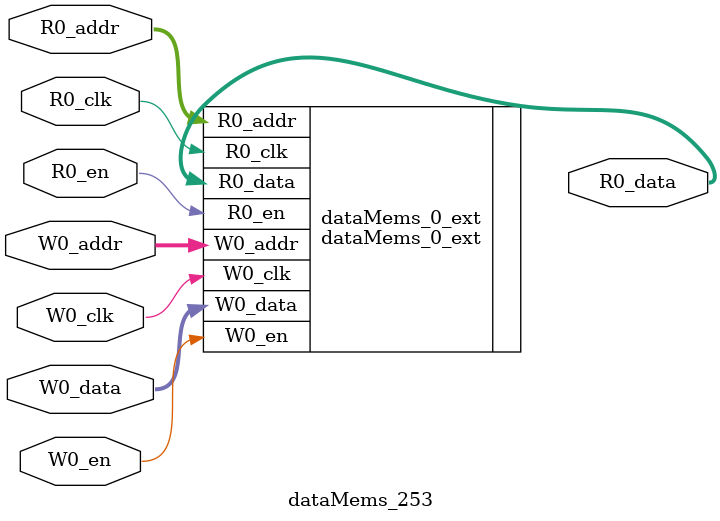
<source format=sv>
`ifndef RANDOMIZE
  `ifdef RANDOMIZE_REG_INIT
    `define RANDOMIZE
  `endif // RANDOMIZE_REG_INIT
`endif // not def RANDOMIZE
`ifndef RANDOMIZE
  `ifdef RANDOMIZE_MEM_INIT
    `define RANDOMIZE
  `endif // RANDOMIZE_MEM_INIT
`endif // not def RANDOMIZE

`ifndef RANDOM
  `define RANDOM $random
`endif // not def RANDOM

// Users can define 'PRINTF_COND' to add an extra gate to prints.
`ifndef PRINTF_COND_
  `ifdef PRINTF_COND
    `define PRINTF_COND_ (`PRINTF_COND)
  `else  // PRINTF_COND
    `define PRINTF_COND_ 1
  `endif // PRINTF_COND
`endif // not def PRINTF_COND_

// Users can define 'ASSERT_VERBOSE_COND' to add an extra gate to assert error printing.
`ifndef ASSERT_VERBOSE_COND_
  `ifdef ASSERT_VERBOSE_COND
    `define ASSERT_VERBOSE_COND_ (`ASSERT_VERBOSE_COND)
  `else  // ASSERT_VERBOSE_COND
    `define ASSERT_VERBOSE_COND_ 1
  `endif // ASSERT_VERBOSE_COND
`endif // not def ASSERT_VERBOSE_COND_

// Users can define 'STOP_COND' to add an extra gate to stop conditions.
`ifndef STOP_COND_
  `ifdef STOP_COND
    `define STOP_COND_ (`STOP_COND)
  `else  // STOP_COND
    `define STOP_COND_ 1
  `endif // STOP_COND
`endif // not def STOP_COND_

// Users can define INIT_RANDOM as general code that gets injected into the
// initializer block for modules with registers.
`ifndef INIT_RANDOM
  `define INIT_RANDOM
`endif // not def INIT_RANDOM

// If using random initialization, you can also define RANDOMIZE_DELAY to
// customize the delay used, otherwise 0.002 is used.
`ifndef RANDOMIZE_DELAY
  `define RANDOMIZE_DELAY 0.002
`endif // not def RANDOMIZE_DELAY

// Define INIT_RANDOM_PROLOG_ for use in our modules below.
`ifndef INIT_RANDOM_PROLOG_
  `ifdef RANDOMIZE
    `ifdef VERILATOR
      `define INIT_RANDOM_PROLOG_ `INIT_RANDOM
    `else  // VERILATOR
      `define INIT_RANDOM_PROLOG_ `INIT_RANDOM #`RANDOMIZE_DELAY begin end
    `endif // VERILATOR
  `else  // RANDOMIZE
    `define INIT_RANDOM_PROLOG_
  `endif // RANDOMIZE
`endif // not def INIT_RANDOM_PROLOG_

// Include register initializers in init blocks unless synthesis is set
`ifndef SYNTHESIS
  `ifndef ENABLE_INITIAL_REG_
    `define ENABLE_INITIAL_REG_
  `endif // not def ENABLE_INITIAL_REG_
`endif // not def SYNTHESIS

// Include rmemory initializers in init blocks unless synthesis is set
`ifndef SYNTHESIS
  `ifndef ENABLE_INITIAL_MEM_
    `define ENABLE_INITIAL_MEM_
  `endif // not def ENABLE_INITIAL_MEM_
`endif // not def SYNTHESIS

module dataMems_253(	// @[generators/ara/src/main/scala/UnsafeAXI4ToTL.scala:365:62]
  input  [4:0]  R0_addr,
  input         R0_en,
  input         R0_clk,
  output [66:0] R0_data,
  input  [4:0]  W0_addr,
  input         W0_en,
  input         W0_clk,
  input  [66:0] W0_data
);

  dataMems_0_ext dataMems_0_ext (	// @[generators/ara/src/main/scala/UnsafeAXI4ToTL.scala:365:62]
    .R0_addr (R0_addr),
    .R0_en   (R0_en),
    .R0_clk  (R0_clk),
    .R0_data (R0_data),
    .W0_addr (W0_addr),
    .W0_en   (W0_en),
    .W0_clk  (W0_clk),
    .W0_data (W0_data)
  );
endmodule


</source>
